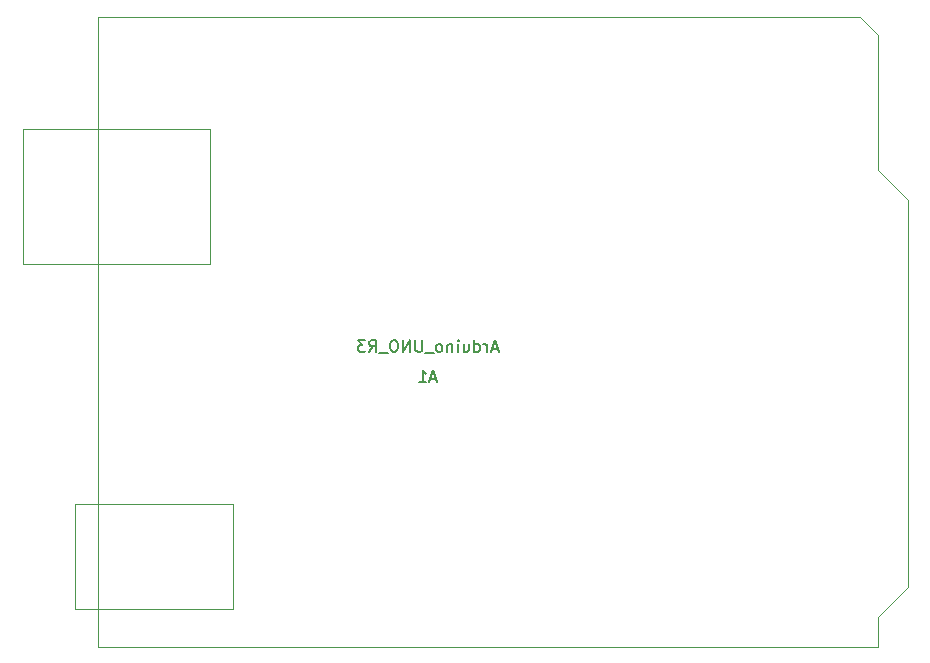
<source format=gbr>
G04 #@! TF.GenerationSoftware,KiCad,Pcbnew,(5.1.4-0-10_14)*
G04 #@! TF.CreationDate,2020-06-08T18:04:02+02:00*
G04 #@! TF.ProjectId,myShield,6d795368-6965-46c6-942e-6b696361645f,rev?*
G04 #@! TF.SameCoordinates,Original*
G04 #@! TF.FileFunction,Other,Fab,Bot*
%FSLAX46Y46*%
G04 Gerber Fmt 4.6, Leading zero omitted, Abs format (unit mm)*
G04 Created by KiCad (PCBNEW (5.1.4-0-10_14)) date 2020-06-08 18:04:02*
%MOMM*%
%LPD*%
G04 APERTURE LIST*
%ADD10C,0.100000*%
%ADD11C,0.150000*%
G04 APERTURE END LIST*
D10*
X96774000Y-85349000D02*
X112654000Y-85349000D01*
X112654000Y-85349000D02*
X112654000Y-73919000D01*
X112654000Y-73919000D02*
X96774000Y-73919000D01*
X96774000Y-73919000D02*
X96774000Y-85349000D01*
X101224000Y-114549000D02*
X114554000Y-114549000D01*
X114554000Y-114549000D02*
X114554000Y-105659000D01*
X114554000Y-105659000D02*
X101224000Y-105659000D01*
X101224000Y-105659000D02*
X101224000Y-114549000D01*
X169164000Y-77339000D02*
X169164000Y-65909000D01*
X171704000Y-112649000D02*
X171704000Y-79879000D01*
X171704000Y-79879000D02*
X169164000Y-77339000D01*
X169164000Y-117729000D02*
X169164000Y-115189000D01*
X169164000Y-115189000D02*
X171704000Y-112649000D01*
X169164000Y-65909000D02*
X167644000Y-64389000D01*
X167644000Y-64389000D02*
X103124000Y-64389000D01*
X103124000Y-64389000D02*
X103124000Y-117729000D01*
X103124000Y-117729000D02*
X169164000Y-117729000D01*
D11*
X136968761Y-92495666D02*
X136492571Y-92495666D01*
X137064000Y-92781380D02*
X136730666Y-91781380D01*
X136397333Y-92781380D01*
X136064000Y-92781380D02*
X136064000Y-92114714D01*
X136064000Y-92305190D02*
X136016380Y-92209952D01*
X135968761Y-92162333D01*
X135873523Y-92114714D01*
X135778285Y-92114714D01*
X135016380Y-92781380D02*
X135016380Y-91781380D01*
X135016380Y-92733761D02*
X135111619Y-92781380D01*
X135302095Y-92781380D01*
X135397333Y-92733761D01*
X135444952Y-92686142D01*
X135492571Y-92590904D01*
X135492571Y-92305190D01*
X135444952Y-92209952D01*
X135397333Y-92162333D01*
X135302095Y-92114714D01*
X135111619Y-92114714D01*
X135016380Y-92162333D01*
X134111619Y-92114714D02*
X134111619Y-92781380D01*
X134540190Y-92114714D02*
X134540190Y-92638523D01*
X134492571Y-92733761D01*
X134397333Y-92781380D01*
X134254476Y-92781380D01*
X134159238Y-92733761D01*
X134111619Y-92686142D01*
X133635428Y-92781380D02*
X133635428Y-92114714D01*
X133635428Y-91781380D02*
X133683047Y-91829000D01*
X133635428Y-91876619D01*
X133587809Y-91829000D01*
X133635428Y-91781380D01*
X133635428Y-91876619D01*
X133159238Y-92114714D02*
X133159238Y-92781380D01*
X133159238Y-92209952D02*
X133111619Y-92162333D01*
X133016380Y-92114714D01*
X132873523Y-92114714D01*
X132778285Y-92162333D01*
X132730666Y-92257571D01*
X132730666Y-92781380D01*
X132111619Y-92781380D02*
X132206857Y-92733761D01*
X132254476Y-92686142D01*
X132302095Y-92590904D01*
X132302095Y-92305190D01*
X132254476Y-92209952D01*
X132206857Y-92162333D01*
X132111619Y-92114714D01*
X131968761Y-92114714D01*
X131873523Y-92162333D01*
X131825904Y-92209952D01*
X131778285Y-92305190D01*
X131778285Y-92590904D01*
X131825904Y-92686142D01*
X131873523Y-92733761D01*
X131968761Y-92781380D01*
X132111619Y-92781380D01*
X131587809Y-92876619D02*
X130825904Y-92876619D01*
X130587809Y-91781380D02*
X130587809Y-92590904D01*
X130540190Y-92686142D01*
X130492571Y-92733761D01*
X130397333Y-92781380D01*
X130206857Y-92781380D01*
X130111619Y-92733761D01*
X130064000Y-92686142D01*
X130016380Y-92590904D01*
X130016380Y-91781380D01*
X129540190Y-92781380D02*
X129540190Y-91781380D01*
X128968761Y-92781380D01*
X128968761Y-91781380D01*
X128302095Y-91781380D02*
X128111619Y-91781380D01*
X128016380Y-91829000D01*
X127921142Y-91924238D01*
X127873523Y-92114714D01*
X127873523Y-92448047D01*
X127921142Y-92638523D01*
X128016380Y-92733761D01*
X128111619Y-92781380D01*
X128302095Y-92781380D01*
X128397333Y-92733761D01*
X128492571Y-92638523D01*
X128540190Y-92448047D01*
X128540190Y-92114714D01*
X128492571Y-91924238D01*
X128397333Y-91829000D01*
X128302095Y-91781380D01*
X127683047Y-92876619D02*
X126921142Y-92876619D01*
X126111619Y-92781380D02*
X126444952Y-92305190D01*
X126683047Y-92781380D02*
X126683047Y-91781380D01*
X126302095Y-91781380D01*
X126206857Y-91829000D01*
X126159238Y-91876619D01*
X126111619Y-91971857D01*
X126111619Y-92114714D01*
X126159238Y-92209952D01*
X126206857Y-92257571D01*
X126302095Y-92305190D01*
X126683047Y-92305190D01*
X125778285Y-91781380D02*
X125159238Y-91781380D01*
X125492571Y-92162333D01*
X125349714Y-92162333D01*
X125254476Y-92209952D01*
X125206857Y-92257571D01*
X125159238Y-92352809D01*
X125159238Y-92590904D01*
X125206857Y-92686142D01*
X125254476Y-92733761D01*
X125349714Y-92781380D01*
X125635428Y-92781380D01*
X125730666Y-92733761D01*
X125778285Y-92686142D01*
X131778285Y-95035666D02*
X131302095Y-95035666D01*
X131873523Y-95321380D02*
X131540190Y-94321380D01*
X131206857Y-95321380D01*
X130349714Y-95321380D02*
X130921142Y-95321380D01*
X130635428Y-95321380D02*
X130635428Y-94321380D01*
X130730666Y-94464238D01*
X130825904Y-94559476D01*
X130921142Y-94607095D01*
M02*

</source>
